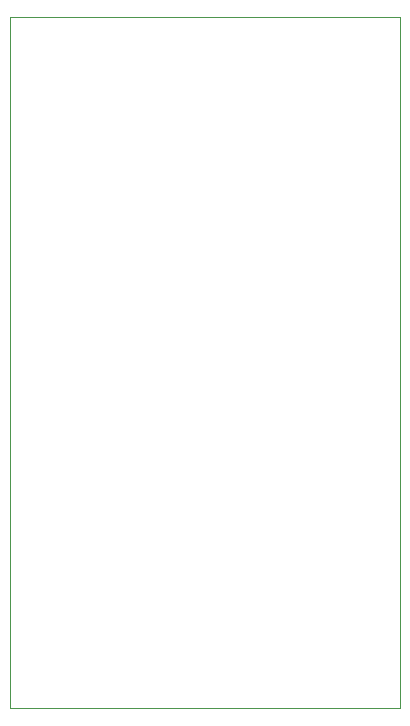
<source format=gbr>
%TF.GenerationSoftware,KiCad,Pcbnew,8.0.6*%
%TF.CreationDate,2024-10-22T00:24:15-04:00*%
%TF.ProjectId,Hackpad,4861636b-7061-4642-9e6b-696361645f70,rev?*%
%TF.SameCoordinates,Original*%
%TF.FileFunction,Profile,NP*%
%FSLAX46Y46*%
G04 Gerber Fmt 4.6, Leading zero omitted, Abs format (unit mm)*
G04 Created by KiCad (PCBNEW 8.0.6) date 2024-10-22 00:24:15*
%MOMM*%
%LPD*%
G01*
G04 APERTURE LIST*
%TA.AperFunction,Profile*%
%ADD10C,0.050000*%
%TD*%
G04 APERTURE END LIST*
D10*
X86000000Y-60000000D02*
X119000000Y-60000000D01*
X119000000Y-118500000D01*
X86000000Y-118500000D01*
X86000000Y-60000000D01*
M02*

</source>
